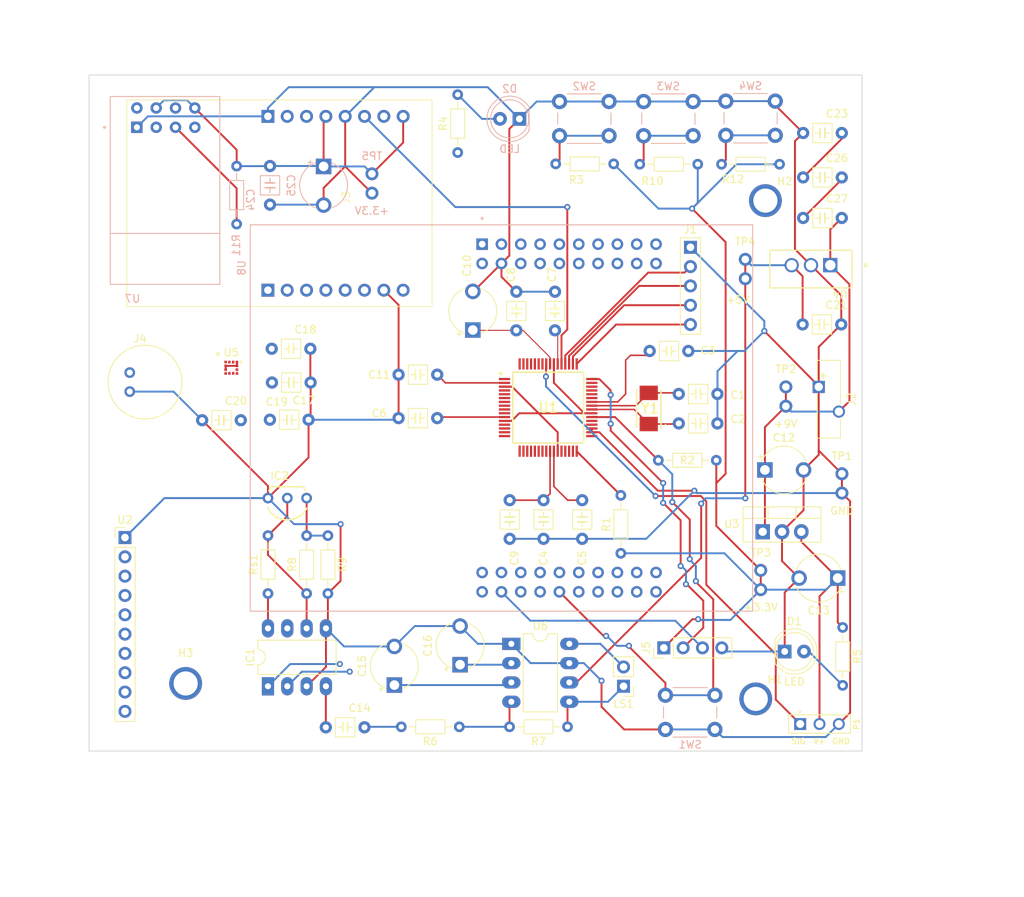
<source format=kicad_pcb>
(kicad_pcb (version 20221018) (generator pcbnew)
  (layers (0 "F.Cu" signal) (31 "B.Cu" signal) (34 "B.Paste" user) (35 "F.Paste" user) (36 "B.SilkS" user "B.Silkscreen") (37 "F.SilkS" user "F.Silkscreen") (38 "B.Mask" user) (39 "F.Mask" user) (44 "Edge.Cuts" user))
  (net 0 "")
  (net 1 "GND")
  (net 2 "+9V")
  (net 3 "+3.3V")
  (net 4 "/LDO")
  (net 5 "/OSC1")
  (net 6 "/OSC2")
  (net 7 "Net-(IC1-OUTA)")
  (net 8 "VBUS")
  (net 9 "Net-(D1-A)")
  (net 10 "Net-(D2-A)")
  (net 14 "PF1")
  (net 15 "PF2")
  (net 16 "Vz")
  (net 18 "Net-(IC2-Pad1)")
  (net 19 "PB3")
  (net 20 "PB2")
  (net 21 "PE3")
  (net 22 "/TCK")
  (net 23 "/TMS")
  (net 24 "/TDI")
  (net 25 "/TDO")
  (net 26 "GPIO4")
  (net 27 "GPIO2")
  (net 28 "PD0")
  (net 29 "PD1")
  (net 30 "PD2")
  (net 31 "PD3")
  (net 32 "PB0")
  (net 33 "PB1")
  (net 34 "PD6")
  (net 35 "GPIO16")
  (net 36 "PB5")
  (net 37 "PE2")
  (net 38 "PF0")
  (net 39 "PC4")
  (net 40 "PF4")
  (net 41 "/Reset")
  (net 42 "PE4")
  (net 43 "PE5")
  (net 44 "PB7")
  (net 45 "PB6")
  (net 46 "PC5")
  (net 47 "PA7")
  (net 48 "PA6")
  (net 49 "PD7")
  (net 50 "PA3")
  (net 51 "PA5")
  (net 52 "PA2")
  (net 53 "PA4")
  (net 54 "PE1")
  (net 55 "PE0")
  (net 56 "PC7")
  (net 57 "PC6")
  (net 58 "PA0")
  (net 59 "PA1")
  (net 60 "PF3")
  (net 61 "PD4")
  (net 62 "PD5")
  (net 63 "PB4")
  (footprint "ECE445L:C_Axial_200mil" (layer "F.Cu") (at 101.708 92.728 -90)
    (fp_text reference "C4")
    (fp_text value "0.1uF")
  )
  (footprint "ECE445L:DIP-8_W7.62mm_LongPads" (layer "F.Cu") (at 65.49 117.198 90)
    (fp_text reference "IC1")
    (fp_text value "TLV5618AIP")
  )
  (footprint "ECE445L:C_Axial_200mil" (layer "F.Cu") (at 115.66175 73.108)
    (fp_text reference "C3")
    (fp_text value "1uF")
  )
  (footprint "ECE445L:R_Axial_DIN0204_L3.6mm_D1.6mm_P7.62mm_Horizontal" (layer "F.Cu") (at 90.636 122.532 180)
    (fp_text reference "R6")
    (fp_text value "10k")
  )
  (footprint "ECE445L:R_Axial_DIN0204_L3.6mm_D1.6mm_P7.62mm_Horizontal" (layer "F.Cu") (at 104.86 122.532 180)
    (fp_text reference "R7")
    (fp_text value "3k")
  )
  (footprint "ECE445L:R_Axial_DIN0204_L3.6mm_D1.6mm_P7.62mm_Horizontal" (layer "F.Cu") (at 141.032 109.463 -90)
    (fp_text reference "R5")
    (fp_text value "470")
  )
  (footprint "ECE445L:C_Axial_200mil" (layer "F.Cu") (at 135.76375 69.613)
    (fp_text reference "C21")
    (fp_text value "0.1uF")
  )
  (footprint "ECE445L:ABM3" (layer "F.Cu") (at 115.54 80.663 90)
    (fp_text reference "Y1")
    (fp_text value "ABM3-16.000MHZ-B2-T" hide)
  )
  (footprint "ECE445L:ti_LM4041CILPR" (layer "F.Cu") (at 68.03 92.452098 180)
    (fp_text reference "IC2")
    (fp_text value "LM4041CILPR")
  )
  (footprint "ECE445L:Testpoint_1x02_P2.54mm" (layer "F.Cu") (at 133.562 77.828)
    (fp_text reference "TP2")
    (fp_text value "+9V")
  )
  (footprint "ECE445L:MountingHole_4_40" (layer "F.Cu") (at 54.672 116.829)
    (fp_text reference "H3")
    (fp_text value "~")
  )
  (footprint "ECE445L:R_Axial_DIN0204_L3.6mm_D1.6mm_P7.62mm_Horizontal" (layer "F.Cu") (at 111.868 99.713 90)
    (fp_text reference "R1")
    (fp_text value "1M")
  )
  (footprint "ECE445L:C_Axial_200mil" (layer "F.Cu") (at 56.83775 82.211)
    (fp_text reference "C20")
    (fp_text value "220nF")
  )
  (footprint "ECE445L:R_Axial_DIN0204_L3.6mm_D1.6mm_P7.62mm_Horizontal" (layer "F.Cu") (at 65.49 105.006 90)
    (fp_text reference "Rs1")
    (fp_text value "1k")
  )
  (footprint "ECE445L:LED_D5.0mm" (layer "F.Cu") (at 133.407 112.626)
    (fp_text reference "D1")
    (fp_text value "LED")
  )
  (footprint "Connector_PinHeader_2.54mm:PinHeader_1x04_P2.54mm_Vertical" (layer "F.Cu") (at 117.52 112.148 90)
    (fp_text reference "J5")
    (fp_text value "MAX30102")
  )
  (footprint "ECE445L:CP_Radial_Tantal200mil" (layer "F.Cu") (at 92.42 70.348 90)
    (fp_text reference "C10")
    (fp_text value "2.2uF")
  )
  (footprint "ECE445L:C_Axial_200mil" (layer "F.Cu") (at 87.738 81.933 180)
    (fp_text reference "C6")
    (fp_text value "0.1uF")
  )
  (footprint "ECE445L:R_Axial_DIN0204_L3.6mm_D1.6mm_P7.62mm_Horizontal" (layer "F.Cu") (at 73.364 97.386 -90)
    (fp_text reference "R9")
    (fp_text value "10k")
  )
  (footprint "ECE445L:MountingHole_4_40" (layer "F.Cu") (at 130.872 53.329)
    (fp_text reference "H2")
    (fp_text value "~")
  )
  (footprint "ECE445L:Testpoint_1x02_P2.54mm" (layer "F.Cu") (at 128.228 61.059)
    (fp_text reference "TP4")
    (fp_text value "+5V")
  )
  (footprint "ECE445L:R_Axial_DIN0204_L3.6mm_D1.6mm_P7.62mm_Horizontal" (layer "F.Cu") (at 114.36 48.5426)
    (fp_text reference "R10")
    (fp_text value "10k")
  )
  (footprint "Connector_PinHeader_2.54mm:PinHeader_1x02_P2.54mm_Vertical" (layer "F.Cu") (at 112.226 117.198 180)
    (fp_text reference "LS1")
    (fp_text value "Speaker")
  )
  (footprint "our_symbols:ESP32-CAM_v1" (layer "F.Cu") (at 76.275 52.916 90)
    (fp_text reference "J3")
    (fp_text value "Conn_02x08_Counter_Clockwise (ESP32 Cam)")
  )
  (footprint "ECE445L:C_Axial_200mil" (layer "F.Cu") (at 71.09425 77.255 180)
    (fp_text reference "C19")
    (fp_text value "10uF")
  )
  (footprint "ECE445L:C_Axial_200mil" (layer "F.Cu") (at 119.488 82.633)
    (fp_text reference "C2")
    (fp_text value "10pF C0G")
  )
  (footprint "ECE445L:R_Axial_DIN0204_L3.6mm_D1.6mm_P7.62mm_Horizontal" (layer "F.Cu") (at 125.11 48.548)
    (fp_text reference "R12")
    (fp_text value "10k")
  )
  (footprint "ECE445L:PinHeader_1x05_P2.54mm_Vertical" (layer "F.Cu") (at 121.02 59.468)
    (fp_text reference "J1")
    (fp_text value "JTAG")
  )
  (footprint "ECE445L:C_Axial_200mil" (layer "F.Cu") (at 103.215 70.388 90)
    (fp_text reference "C7")
    (fp_text value "0.1uF")
  )
  (footprint "ECE445L:C_Axial_200mil" (layer "F.Cu") (at 98.135 70.388 90)
    (fp_text reference "C8")
    (fp_text value "0.1uF")
  )
  (footprint "our_symbols:SON_03AGRTR_STM" (layer "F.Cu") (at 60.670063 75.3092)
    (fp_text reference "U5")
    (fp_text value "LSM303AGRTR")
  )
  (footprint "ECE445L:C_Axial_200mil" (layer "F.Cu") (at 135.83175 55.613)
    (fp_text reference "C27")
    (fp_text value "0.1uF")
  )
  (footprint "Package_DIP:DIP-8_W7.62mm_LongPads" (layer "F.Cu") (at 97.479 111.62)
    (fp_text reference "U6")
    (fp_text value "MCP34119P")
  )
  (footprint "ECE445L:CP_Radial_Tantal200mil" (layer "F.Cu") (at 82.104 117.043 90)
    (fp_text reference "C15")
    (fp_text value "1.0uF")
  )
  (footprint "ECE445L:R_Axial_DIN0204_L3.6mm_D1.6mm_P7.62mm_Horizontal" (layer "F.Cu") (at 124.418 87.48 180)
    (fp_text reference "R2")
    (fp_text value "10k")
  )
  (footprint "Package_TO_SOT_THT:TO-220-3_Vertical" (layer "F.Cu") (at 130.514 96.878)
    (fp_text reference "U3")
    (fp_text value "LM2937xT")
  )
  (footprint "our_symbols:T03B_TEX" (layer "F.Cu") (at 139.404 61.826 180)
    (fp_text reference "U4")
    (fp_text value "LM78M05CT")
  )
  (footprint "ECE445L:C_Axial_200mil" (layer "F.Cu") (at 65.744 82.146)
    (fp_text reference "C17")
    (fp_text value "100nF")
  )
  (footprint "ECE445L:C_Axial_200mil" (layer "F.Cu") (at 135.83175 50.279)
    (fp_text reference "C26")
    (fp_text value "0.1uF")
  )
  (footprint "ECE445L:CP_Radial_Tantal200mil" (layer "F.Cu") (at 140.38 102.974 180)
    (fp_text reference "C13")
    (fp_text value "4.7uF")
  )
  (footprint "ECE445L:C_Axial_200mil" (layer "F.Cu") (at 135.83175 44.437)
    (fp_text reference "C23")
    (fp_text value "0.1uF")
  )
  (footprint "ECE445L:R_Axial_DIN0204_L3.6mm_D1.6mm_P7.62mm_Horizontal" (layer "F.Cu") (at 90.428 47.008 90)
    (fp_text reference "R4")
    (fp_text value "470")
  )
  (footprint "ECE445L:Testpoint_1x02_P2.54mm" (layer "F.Cu") (at 140.928 89.253)
    (fp_text reference "TP1")
    (fp_text value "GND")
  )
  (footprint "Connector_PinHeader_2.54mm:PinHeader_1x10_P2.54mm_Vertical" (layer "F.Cu") (at 46.694 97.64)
    (fp_text reference "U2")
    (fp_text value "Adafruit ST7735R")
  )
  (footprint "ECE445L:CP_Radial_Tantal200mil" (layer "F.Cu") (at 130.808 88.75)
    (fp_text reference "C12")
    (fp_text value "4.7uF")
  )
  (footprint "ECE445L:Testpoint_1x02_P2.54mm" (layer "F.Cu") (at 130.26 101.953)
    (fp_text reference "TP3")
    (fp_text value "+3.3V")
  )
  (footprint "ECE445L:MountingHole_4_40" (layer "F.Cu") (at 129.602 118.861)
    (fp_text reference "H1")
    (fp_text value "~")
  )
  (footprint "ECE445L:C_Axial_200mil" (layer "F.Cu") (at 119.488 78.758)
    (fp_text reference "C1")
    (fp_text value "10pF C0G")
  )
  (footprint "ECE445L:R_Axial_DIN0204_L3.6mm_D1.6mm_P7.62mm_Horizontal" (layer "F.Cu") (at 103.31 48.498)
    (fp_text reference "R3")
    (fp_text value "10k")
  )
  (footprint "our_symbols:XDCR_SEN-11574" (layer "F.Cu") (at 137.984 122.163 -90)
    (fp_text reference "P1")
    (fp_text value "SEN-11574")
  )
  (footprint "ECE445L:QFP50P1200X1200X160-64N" (layer "F.Cu") (at 102.32 80.548)
    (fp_text reference "U1")
    (fp_text value "TM4C123GH6PMIR" hide)
  )
  (footprint "our_symbols:CUI_CMA-6542PF" (layer "F.Cu") (at 49.32 77.198)
    (fp_text reference "J4")
    (fp_text value "Microphone")
  )
  (footprint "ECE445L:C_Axial_200mil" (layer "F.Cu") (at 87.738 76.218 180)
    (fp_text reference "C11")
    (fp_text value "0.01uF")
  )
  (footprint "ECE445L:C_Axial_200mil" (layer "F.Cu") (at 65.98175 72.813)
    (fp_text reference "C18")
    (fp_text value "100nF")
  )
  (footprint "ECE445L:C_Axial_200mil" (layer "F.Cu") (at 97.263 92.728 -90)
    (fp_text reference "C9")
    (fp_text value "1uF")
  )
  (footprint "Battery:Battery_Panasonic_CR1025-VSK_Vertical_CircularHoles" (layer "F.Cu") (at 137.88 77.828 -90)
    (fp_text reference "J2")
    (fp_text value "Battery")
  )
  (footprint "ECE445L:R_Axial_DIN0204_L3.6mm_D1.6mm_P7.62mm_Horizontal" (layer "F.Cu") (at 70.57 105.006 90)
    (fp_text reference "R8")
    (fp_text value "47k")
  )
  (footprint "ECE445L:C_Axial_200mil" (layer "F.Cu") (at 106.788 92.728 -90)
    (fp_text reference "C5")
    (fp_text value "0.01uF")
  )
  (footprint "ECE445L:C_Axial_200mil" (layer "F.Cu") (at 73.09375 122.597)
    (fp_text reference "C14")
    (fp_text value "0.1 uF")
  )
  (footprint "ECE445L:CP_Radial_Tantal200mil" (layer "F.Cu") (at 90.74 114.364 90)
    (fp_text reference "C16")
    (fp_text value "4.7 uF")
  )
  (footprint "ECE445L:ti_EKTM4C123GXL" (layer "B.Cu") (at 96.18 81.918 -90)
    (fp_text reference "U8")
    (fp_text value "EK-TM4C123GXL")
  )
  (footprint "Button_Switch_THT:SW_PUSH_6mm" (layer "B.Cu") (at 121.37 40.298 180)
    (fp_text reference "SW3")
    (fp_text value "Input")
  )
  (footprint "ECE445L:Testpoint_1x02_P2.54mm" (layer "B.Cu") (at 79.154 49.807 180)
    (fp_text reference "TP5")
    (fp_text value "+3.3V")
  )
  (footprint "Button_Switch_THT:SW_PUSH_6mm" (layer "B.Cu") (at 110.32 40.298 180)
    (fp_text reference "SW2")
    (fp_text value "Input")
  )
  (footprint "Button_Switch_THT:SW_PUSH_6mm" (layer "B.Cu") (at 117.732 122.879)
    (fp_text reference "SW1")
    (fp_text value "Reset")
  )
  (footprint "ECE445L:C_Axial_200mil" (layer "B.Cu") (at 65.757 48.77975 -90)
    (fp_text reference "C24")
    (fp_text value "100nF")
  )
  (footprint "ECE445L:CP_Radial_Tantal200mil" (layer "B.Cu") (at 72.804 48.836 -90)
    (fp_text reference "C25")
    (fp_text value "4.7uF")
  )
  (footprint "Button_Switch_THT:SW_PUSH_6mm" (layer "B.Cu") (at 132.17 40.248 180)
    (fp_text reference "SW4")
    (fp_text value "Input")
  )
  (footprint "footprints:ai_thinker_ESP8266_01" (layer "B.Cu") (at 52.07 51.998)
    (fp_text reference "U7")
    (fp_text value "ESP8266-01/ESP-01")
  )
  (footprint "ECE445L:R_Axial_DIN0204_L3.6mm_D1.6mm_P7.62mm_Horizontal" (layer "B.Cu") (at 61.374 48.796 -90)
    (fp_text reference "R11")
    (fp_text value "10k")
  )
  (footprint "ECE445L:LED_D5.0mm" (layer "B.Cu") (at 98.532 42.579 180)
    (fp_text reference "D2")
    (fp_text value "LED")
  )
  (gr_line (start 143.572 125.719) (end 41.972 125.719) (stroke (width 0.1)) (layer "Edge.Cuts"))
  (gr_line (start 143.572 36.819) (end 143.572 125.719) (stroke (width 0.1)) (layer "Edge.Cuts"))
  (gr_line (start 41.972 36.819) (end 143.572 36.819) (stroke (width 0.1)) (layer "Edge.Cuts"))
  (gr_line (start 41.972 36.819) (end 41.972 125.719) (stroke (width 0.1)) (layer "Edge.Cuts"))
  (segment (start 61.374 51.722) (end 53.34 43.688) (width 0.25) (layer "F.Cu") (net 0))
  (segment (start 104.86 119.479) (end 105.099 119.24) (width 0.25) (layer "F.Cu") (net 0))
  (segment (start 106.07 86.295) (end 106.07 86.286) (width 0.25) (layer "F.Cu") (net 0))
  (segment (start 135.83175 50.279) (end 140.91175 45.199) (width 0.25) (layer "F.Cu") (net 0))
  (segment (start 140.91175 45.199) (end 140.91175 44.437) (width 0.25) (layer "F.Cu") (net 0))
  (segment (start 140.91175 50.533) (end 140.91175 50.279) (width 0.25) (layer "F.Cu") (net 0))
  (segment (start 111.868 92.093) (end 106.07 86.295) (width 0.25) (layer "F.Cu") (net 0))
  (segment (start 97.24 122.532) (end 97.24 119.479) (width 0.25) (layer "F.Cu") (net 0))
  (segment (start 104.86 122.532) (end 104.86 119.479) (width 0.25) (layer "F.Cu") (net 0))
  (segment (start 135.83175 55.613) (end 140.91175 50.533) (width 0.25) (layer "F.Cu") (net 0))
  (segment (start 97.24 119.479) (end 97.479 119.24) (width 0.25) (layer "F.Cu") (net 0))
  (segment (start 61.374 56.416) (end 61.374 51.722) (width 0.25) (layer "F.Cu") (net 0))
  (segment (start 105.099 111.62) (end 109.188 111.62) (width 0.25) (layer "B.Cu") (net 0))
  (segment (start 78.23875 122.532) (end 78.17375 122.597) (width 0.25) (layer "B.Cu") (net 0))
  (segment (start 110.184 119.24) (end 112.226 117.198) (width 0.25) (layer "B.Cu") (net 0))
  (segment (start 83.016 122.532) (end 78.23875 122.532) (width 0.25) (layer "B.Cu") (net 0))
  (segment (start 97.136 117.043) (end 97.479 116.7) (width 0.25) (layer "B.Cu") (net 0))
  (segment (start 109.188 111.62) (end 112.226 114.658) (width 0.25) (layer "B.Cu") (net 0))
  (segment (start 105.099 119.24) (end 110.184 119.24) (width 0.25) (layer "B.Cu") (net 0))
  (segment (start 97.275 114.364) (end 97.479 114.16) (width 0.25) (layer "B.Cu") (net 0))
  (segment (start 90.74 114.364) (end 97.275 114.364) (width 0.25) (layer "B.Cu") (net 0))
  (segment (start 82.104 117.043) (end 97.136 117.043) (width 0.25) (layer "B.Cu") (net 0))
  (segment (start 97.24 122.532) (end 90.636 122.532) (width 0.25) (layer "B.Cu") (net 0))
  (segment (start 135.888 88.75) (end 135.888 94.044) (width 0.25) (layer "F.Cu") (net 1))
  (segment (start 97.215 60.563) (end 96.18 61.598) (width 0.25) (layer "F.Cu") (net 1))
  (segment (start 71.09425 77.255) (end 71.09425 81.87575) (width 0.25) (layer "F.Cu") (net 1))
  (segment (start 137.88 72.57675) (end 140.84375 69.613) (width 0.25) (layer "F.Cu") (net 1))
  (segment (start 98.532 42.579) (end 97.215 43.896) (width 0.25) (layer "F.Cu") (net 1))
  (segment (start 137.88 86.758) (end 137.88 86.205) (width 0.25) (layer "F.Cu") (net 1))
  (segment (start 135.83175 44.437) (end 132.17 40.77525) (width 0.25) (layer "F.Cu") (net 1))
  (segment (start 121.532 91.479) (end 116.7265 91.479) (width 0.25) (layer "F.Cu") (net 1))
  (segment (start 92.51 65.268) (end 92.42 65.268) (width 0.25) (layer "F.Cu") (net 1))
  (segment (start 135.888 88.75) (end 137.88 86.758) (width 0.25) (layer "F.Cu") (net 1))
  (segment (start 109.332 119.90328) (end 109.332 116.479) (width 0.25) (layer "F.Cu") (net 1))
  (segment (start 72.804 51.669) (end 72.804 53.916) (width 0.25) (layer "F.Cu") (net 1))
  (segment (start 75.032 103.338) (end 73.364 105.006) (width 0.25) (layer "F.Cu") (net 1))
  (segment (start 142.007 120.68) (end 140.524 122.163) (width 0.25) (layer "F.Cu") (net 1))
  (segment (start 116.7265 91.479) (end 109.0455 83.798) (width 0.25) (layer "F.Cu") (net 1))
  (segment (start 96.18 61.598) (end 92.51 65.268) (width 0.25) (layer "F.Cu") (net 1))
  (segment (start 97.5695 77.798) (end 103.57 83.7985) (width 0.25) (layer "F.Cu") (net 1))
  (segment (start 75.64 48.833) (end 72.804 51.669) (width 0.25) (layer "F.Cu") (net 1))
  (segment (start 65.49 90.86325) (end 56.83775 82.211) (width 0.25) (layer "F.Cu") (net 1))
  (segment (start 108.058 81.298) (end 98.5195 81.298) (width 0.25) (layer "F.Cu") (net 1))
  (segment (start 117.732 122.879) (end 112.30772 122.879) (width 0.25) (layer "F.Cu") (net 1))
  (segment (start 103.07 77.2975) (end 103.07 74.81) (width 0.25) (layer "F.Cu") (net 1))
  (segment (start 70.824 87.118098) (end 65.49 92.452098) (width 0.25) (layer "F.Cu") (net 1))
  (segment (start 140.84375 65.80575) (end 136.864 61.826) (width 0.25) (layer "F.Cu") (net 1))
  (segment (start 133.054 100.728) (end 135.3 102.974) (width 0.25) (layer "F.Cu") (net 1))
  (segment (start 137.88 77.727) (end 130.732 70.479) (width 0.25) (layer "F.Cu") (net 1))
  (segment (start 140.928 91.793) (end 142.007 92.872) (width 0.25) (layer "F.Cu") (net 1))
  (segment (start 130.732 70.479) (end 130.832 70.679) (width 0.25) (layer "F.Cu") (net 1))
  (segment (start 71.09425 81.87575) (end 70.824 82.146) (width 0.25) (layer "F.Cu") (net 1))
  (segment (start 140.84375 69.613) (end 140.84375 65.80575) (width 0.25) (layer "F.Cu") (net 1))
  (segment (start 140.928 91.793) (end 140.928 89.253) (width 0.25) (layer "F.Cu") (net 1))
  (segment (start 137.88 86.205) (end 140.928 89.253) (width 0.25) (layer "F.Cu") (net 1))
  (segment (start 73.11 114.658) (end 70.57 117.198) (width 0.25) (layer "F.Cu") (net 1))
  (segment (start 103.57 83.7985) (end 103.57 86.286) (width 0.25) (layer "F.Cu") (net 1))
  (segment (start 97.5195 82.298) (end 96.582 82.298) (width 0.25) (layer "F.Cu") (net 1))
  (segment (start 73.11 109.578) (end 73.11 114.658) (width 0.25) (layer "F.Cu") (net 1))
  (segment (start 75.64 42.248) (end 75.64 48.833) (width 0.25) (layer "F.Cu") (net 1))
  (segment (start 133.407 112.626) (end 133.407 104.867) (width 0.25) (layer "F.Cu") (net 1))
  (segment (start 133.054 96.878) (end 133.054 100.728) (width 0.25) (layer "F.Cu") (net 1))
  (segment (start 96.18 61.598) (end 96.18 63.353) (width 0.25) (layer "F.Cu") (net 1))
  (segment (start 142.007 92.872) (end 142.007 120.68) (width 0.25) (layer "F.Cu") (net 1))
  (segment (start 136.864 61.826) (end 134.75675 59.71875) (width 0.25) (layer "F.Cu") (net 1))
  (segment (start 71.06175 72.813) (end 71.06175 77.2225) (width 0.25) (layer "F.Cu") (net 1))
  (segment (start 65.49 92.452098) (end 65.49 90.86325) (width 0.25) (layer "F.Cu") (net 1))
  (segment (start 137.88 77.828) (end 137.88 77.727) (width 0.25) (layer "F.Cu") (net 1))
  (segment (start 108.058 81.298) (end 107.0705 81.298) (width 0.25) (layer "F.Cu") (net 1))
  (segment (start 112.30772 122.879) (end 109.332 119.90328) (width 0.25) (layer "F.Cu") (net 1))
  (segment (start 109.0455 83.798) (end 108.058 83.798) (width 0.25) (layer "F.Cu") (net 1))
  (segment (start 134.75675 59.71875) (end 134.75675 45.512) (width 0.25) (layer "F.Cu") (net 1))
  (segment (start 137.88 77.828) (end 137.88 86.205) (width 0.25) (layer "F.Cu") (net 1))
  (segment (start 121.42 40.248) (end 121.37 40.298) (width 0.25) (layer "F.Cu") (net 1))
  (segment (start 135.888 94.044) (end 133.054 96.878) (width 0.25) (layer "F.Cu") (net 1))
  (segment (start 75.032 95.879) (end 75.032 103.338) (width 0.25) (layer "F.Cu") (net 1))
  (segment (start 73.364 109.324) (end 73.11 109.578) (width 0.25) (layer "F.Cu") (net 1))
  (segment (start 96.582 77.798) (end 97.5695 77.798) (width 0.25) (layer "F.Cu") (net 1))
  (segment (start 82.658 81.933) (end 82.658 76.218) (width 0.25) (layer "F.Cu") (net 1))
  (segment (start 96.18 63.353) (end 98.135 65.308) (width 0.25) (layer "F.Cu") (net 1))
  (segment (start 82.658 67.046) (end 80.72 65.108) (width 0.25) (layer "F.Cu") (net 1))
  (segment (start 71.06175 77.2225) (end 71.09425 77.255) (width 0.25) (layer "F.Cu") (net 1))
  (segment (start 133.407 104.867) (end 135.3 102.974) (width 0.25) (layer "F.Cu") (net 1))
  (segment (start 98.5195 81.298) (end 97.5195 82.298) (width 0.25) (layer "F.Cu") (net 1))
  (segment (start 137.88 77.828) (end 137.88 72.57675) (width 0.25) (layer "F.Cu") (net 1))
  (segment (start 75.64 48.833) (end 79.154 52.347) (width 0.25) (layer "F.Cu") (net 1))
  (segment (start 134.75675 45.512) (end 135.83175 44.437) (width 0.25) (layer "F.Cu") (net 1))
  (segment (start 108.058 83.298) (end 108.058 83.798) (width 0.25) (layer "F.Cu") (net 1))
  (segment (start 107.0705 81.298) (end 103.07 77.2975) (width 0.25) (layer "F.Cu") (net 1))
  (segment (start 97.215 43.896) (end 97.215 60.563) (width 0.25) (layer "F.Cu") (net 1))
  (segment (start 73.364 105.006) (end 73.364 109.324) (width 0.25) (layer "F.Cu") (net 1))
  (segment (start 70.824 82.146) (end 70.824 87.118098) (width 0.25) (layer "F.Cu") (net 1))
  (segment (start 82.658 76.218) (end 82.658 67.046) (width 0.25) (layer "F.Cu") (net 1))
  (segment (start 132.17 40.77525) (end 132.17 40.248) (width 0.25) (layer "F.Cu") (net 1))
  (via (at 109.332 116.479) (size 0.8) (drill 0.4) (layers "F.Cu" "B.Cu") (net 1))
  (via (at 75.032 95.879) (size 0.8) (drill 0.4) (layers "F.Cu" "B.Cu") (net 1))
  (via (at 130.732 70.479) (size 0.8) (drill 0.4) (layers "F.Cu" "B.Cu") (net 1))
  (via (at 121.532 91.479) (size 0.8) (drill 0.4) (layers "F.Cu" "B.Cu") (net 1))
  (segment (start 121.42 40.248) (end 121.37 40.298) (width 0.25) (layer "B.Cu") (net 1))
  (segment (start 51.881902 92.452098) (end 46.694 97.64) (width 0.25) (layer "B.Cu") (net 1))
  (segment (start 82.445 82.146) (end 82.658 81.933) (width 0.25) (layer "B.Cu") (net 1))
  (segment (start 82.104 111.963) (end 75.495 111.963) (width 0.25) (layer "B.Cu") (net 1))
  (segment (start 138.808 123.879) (end 125.232 123.879) (width 0.25) (layer "B.Cu") (net 1))
  (segment (start 128.103 73.108) (end 127.232 73.108) (width 0.25) (layer "B.Cu") (net 1))
  (segment (start 94.366 38.413) (end 79.475 38.413) (width 0.25) (layer "B.Cu") (net 1))
  (segment (start 124.232 122.879) (end 117.732 122.879) (width 0.25) (layer "B.Cu") (net 1))
  (segment (start 105.099 114.16) (end 100.019 114.16) (width 0.25) (layer "B.Cu") (net 1))
  (segment (start 110.32 40.298) (end 103.82 40.298) (width 0.25) (layer "B.Cu") (net 1))
  (segment (start 132.17 40.248) (end 125.67 40.248) (width 0.25) (layer "B.Cu") (net 1))
  (segment (start 100.813 40.298) (end 98.532 42.579) (width 0.25) (layer "B.Cu") (net 1))
  (segment (start 130.732 70.479) (end 130.732 69.18) (width 0.25) (layer "B.Cu") (net 1))
  (segment (start 75.032 95.879) (end 74.932 95.879) (width 0.25) (layer "B.Cu") (net 1))
  (segment (start 140.928 91.793) (end 121.846 91.793) (width 0.25) (layer "B.Cu") (net 1))
  (segment (start 140.524 122.163) (end 138.808 123.879) (width 0.25) (layer "B.Cu") (net 1))
  (segment (start 125.618 112.626) (end 125.14 112.148) (width 0.25) (layer "B.Cu") (net 1))
  (segment (start 130.732 69.18) (end 121.02 59.468) (width 0.25) (layer "B.Cu") (net 1))
  (segment (start 133.407 112.626) (end 125.618 112.626) (width 0.25) (layer "B.Cu") (net 1))
  (segment (start 115.203 97.808) (end 121.532 91.479) (width 0.25) (layer "B.Cu") (net 1))
  (segment (start 75.495 111.963) (end 73.11 109.578) (width 0.25) (layer "B.Cu") (net 1))
  (segment (start 49.7 42.248) (end 48.26 43.688) (width 0.25) (layer "B.Cu") (net 1))
  (segment (start 114.87 40.298) (end 110.32 40.298) (width 0.25) (layer "B.Cu") (net 1))
  (segment (start 65.49 92.452098) (end 68.916902 95.879) (width 0.25) (layer "B.Cu") (net 1))
  (segment (start 84.783 109.284) (end 82.104 111.963) (width 0.25) (layer "B.Cu") (net 1))
  (segment (start 68.215 38.413) (end 65.48 41.148) (width 0.25) (layer "B.Cu") (net 1))
  (segment (start 121.846 91.793) (end 121.532 91.479) (width 0.25) (layer "B.Cu") (net 1))
  (segment (start 79.475 38.413) (end 75.64 42.248) (width 0.25) (layer "B.Cu") (net 1))
  (segment (start 100.019 114.16) (end 97.479 111.62) (width 0.25) (layer "B.Cu") (net 1))
  (segment (start 53.07475 78.448) (end 56.83775 82.211) (width 0.25) (layer "B.Cu") (net 1))
  (segment (start 65.48 41.148) (end 65.48 42.248) (width 0.25) (layer "B.Cu") (net 1))
  (segment (start 47.32 78.448) (end 53.07475 78.448) (width 0.25) (layer "B.Cu") (net 1))
  (segment (start 98.135 65.308) (end 103.215 65.308) (width 0.25) (layer "B.Cu") (net 1))
  (segment (start 98.532 42.579) (end 94.366 38.413) (width 0.25) (layer "B.Cu") (net 1))
  (segment (start 72.74775 53.85975) (end 72.804 53.916) (width 0.25) (layer "B.Cu") (net 1))
  (segment (start 124.568 75.772) (end 124.568 82.633) (width 0.25) (layer "B.Cu") (net 1))
  (segment (start 103.82 40.298) (end 100.813 40.298) (width 0.25) (layer "B.Cu") (net 1))
  (segment (start 107.013 114.16) (end 105.099 114.16) (width 0.25) (layer "B.Cu") (net 1))
  (segment (start 125.67 40.248) (end 121.42 40.248) (width 0.25) (layer "B.Cu") (net 1))
  (segment (start 65.48 42.248) (end 49.7 42.248) (width 0.25) (layer "B.Cu") (net 1))
  (segment (start 65.757 53.85975) (end 72.74775 53.85975) (width 0.25) (layer "B.Cu") (net 1))
  (segment (start 127.232 73.108) (end 120.74175 73.108) (width 0.25) (layer "B.Cu") (net 1))
  (segment (start 130.732 70.479) (end 128.103 73.108) (width 0.25) (layer "B.Cu") (net 1))
  (segment (start 125.232 123.879) (end 124.232 122.879) (width 0.25) (layer "B.Cu") (net 1))
  (segment (start 68.916902 95.879) (end 75.032 95.879) (width 0.25) (layer "B.Cu") (net 1))
  (segment (start 70.824 82.146) (end 82.445 82.146) (width 0.25) (layer "B.Cu") (net 1))
  (segment (start 101.708 97.808) (end 106.788 97.808) (width 0.25) (layer "B.Cu") (net 1))
  (segment (start 65.49 92.452098) (end 51.881902 92.452098) (width 0.25) (layer "B.Cu") (net 1))
  (segment (start 109.332 116.479) (end 107.013 114.16) (width 0.25) (layer "B.Cu") (net 1))
  (segment (start 127.232 73.108) (end 124.568 75.772) (width 0.25) (layer "B.Cu") (net 1))
  (segment (start 124.568 75.772) (end 124.568 78.758) (width 0.25) (layer "B.Cu") (net 1))
  (segment (start 106.788 97.808) (end 115.203 97.808) (width 0.25) (layer "B.Cu") (net 1))
  (segment (start 97.263 97.808) (end 101.708 97.808) (width 0.25) (layer "B.Cu") (net 1))
  (segment (start 90.74 109.284) (end 84.783 109.284) (width 0.25) (layer "B.Cu") (net 1))
  (segment (start 97.479 111.62) (end 93.076 111.62) (width 0.25) (layer "B.Cu") (net 1))
  (segment (start 121.37 40.298) (end 114.87 40.298) (width 0.25) (layer "B.Cu") (net 1))
  (segment (start 93.076 111.62) (end 90.74 109.284) (width 0.25) (layer "B.Cu") (net 1))
  (segment (start 79.475 38.413) (end 68.215 38.413) (width 0.25) (layer "B.Cu") (net 1))
  (segment (start 133.562 80.368) (end 133.562 77.828) (width 0.25) (layer "F.Cu") (net 2))
  (segment (start 130.808 83.122) (end 130.808 88.75) (width 0.25) (layer "F.Cu") (net 2))
  (segment (start 139.404 61.826) (end 141.91875 64.34075) (width 0.25) (layer "F.Cu") (net 2))
  (segment (start 139.404 61.826) (end 139.404 57.12075) (width 0.25) (layer "F.Cu") (net 2))
  (segment (start 141.91875 64.34075) (end 141.91875 79.68925) (width 0.25) (layer "F.Cu") (net 2))
  (segment (start 141.91875 79.68925) (end 140.53 81.078) (width 0.25) (layer "F.Cu") (net 2))
  (segment (start 139.404 57.12075) (end 140.91175 55.613) (width 0.25) (layer "F.Cu") (net 2))
  (segment (start 130.808 88.75) (end 130.808 96.584) (width 0.25) (layer "F.Cu") (net 2))
  (segment (start 133.562 80.368) (end 130.808 83.122) (width 0.25) (layer "F.Cu") (net 2))
  (segment (start 130.808 96.584) (end 130.514 96.878) (width 0.25) (layer "F.Cu") (net 2))
  (segment (start 134.272 81.078) (end 133.562 80.368) (width 0.25) (layer "B.Cu") (net 2))
  (segment (start 140.53 81.078) (end 134.272 81.078) (width 0.25) (layer "B.Cu") (net 2))
  (segment (start 96.582 77.298) (end 88.818 77.298) (width 0.2) (layer "F.Cu") (net 3))
  (segment (start 135.594 96.878) (end 135.594 98.188) (width 0.25) (layer "F.Cu") (net 3))
  (segment (start 61.374 46.642) (end 61.374 48.796) (width 0.25) (layer "F.Cu") (net 3))
  (segment (start 83.26 45.701) (end 83.26 42.248) (width 0.25) (layer "F.Cu") (net 3))
  (segment (start 130.26 101.953) (end 130.26 104.493) (width 0.25) (layer "F.Cu") (net 3))
  (segment (start 79.154 49.807) (end 83.26 45.701) (width 0.25) (layer "F.Cu") (net 3))
  (segment (start 137.984 122.163) (end 137.984 105.37) (width 0.25) (layer "F.Cu") (net 3))
  (segment (start 121.232 54.379) (end 121.332 54.479) (width 0.25) (layer "F.Cu") (net 3))
  (segment (start 55.88 41.148) (end 61.374 46.642) (width 0.25) (layer "F.Cu") (net 3))
  (segment (start 125.643 89.254) (end 125.643 58.79) (width 0.25) (layer "F.Cu") (net 3))
  (segment (start 115.09175 73.678) (end 115.66175 73.108) (width 0.2) (layer "F.Cu") (net 3))
  (segment (start 140.38 102.974) (end 140.38 108.811) (width 0.25) (layer "F.Cu") (net 3))
  (segment (start 72.804 42.544) (end 73.1 42.248) (width 0.25) (layer "F.Cu") (net 3))
  (segment (start 61.408863 74.559011) (end 61.408863 75.059137) (width 0.25) (layer "F.Cu") (net 3))
  (segment (start 140.38 108.811) (end 141.032 109.463) (width 0.25) (layer "F.Cu") (net 3))
  (segment (start 125.643 58.79) (end 121.232 54.379) (width 0.25) (layer "F.Cu") (net 3))
  (segment (start 103.07 90.915) (end 104.883 92.728) (width 0.2) (layer "F.Cu") (net 3))
  (segment (start 103.07 86.286) (end 103.07 90.915) (width 0.2) (layer "F.Cu") (net 3))
  (segment (start 104.883 92.728) (end 106.788 92.728) (width 0.2) (layer "F.Cu") (net 3))
  (segment (start 121.289 108.379) (end 117.52 112.148) (width 0.25) (layer "F.Cu") (net 3))
  (segment (start 72.804 48.836) (end 72.804 42.544) (width 0.25) (layer "F.Cu") (net 3))
  (segment (start 88.818 77.298) (end 87.738 76.218) (width 0.2) (layer "F.Cu") (net 3))
  (segment (start 59.931263 75.059137) (end 61.408863 75.059137) (width 0.25) (layer "F.Cu") (net 3))
  (segment (start 103.57 70.743) (end 103.215 70.388) (width 0.127) (layer "F.Cu") (net 3))
  (segment (start 124.418 90.479) (end 125.643 89.254) (width 0.25) (layer "F.Cu") (net 3))
  (segment (start 112.503 78.758) (end 112.503 74.313) (width 0.2) (layer "F.Cu") (net 3))
  (segment (start 124.418 90.479) (end 124.418 87.48) (width 0.25) (layer "F.Cu") (net 3))
  (segment (start 130.26 101.953) (end 124.418 96.111) (width 0.25) (layer "F.Cu") (net 3))
  (segment (start 87.873 81.798) (end 87.738 81.933) (width 0.2) (layer "F.Cu") (net 3))
  (segment (start 124.418 96.111) (end 124.418 90.479) (width 0.25) (layer "F.Cu") (net 3))
  (segment (start 122.032 108.379) (end 121.289 108.379) (width 0.25) (layer "F.Cu") (net 3))
  (segment (start 137.984 105.37) (end 140.38 102.974) (width 0.25) (layer "F.Cu") (net 3))
  (segment (start 111.463 79.798) (end 112.503 78.758) (width 0.2) (layer "F.Cu") (net 3))
  (segment (start 113.138 73.678) (end 115.09175 73.678) (width 0.2) (layer "F.Cu") (net 3))
  (segment (start 108.058 79.798) (end 111.463 79.798) (width 0.2) (layer "F.Cu") (net 3))
  (segment (start 96.582 81.798) (end 87.873 81.798) (width 0.2) (layer "F.Cu") (net 3))
  (segment (start 65.49 109.578) (end 65.49 105.006) (width 0.25) (layer "F.Cu") (net 3))
  (segment (start 59.931263 75.559263) (end 59.931263 75.059137) (width 0.25) (layer "F.Cu") (net 3))
  (segment (start 103.57 74.81) (end 103.57 70.743) (width 0.127) (layer "F.Cu") (net 3))
  (segment (start 135.594 98.188) (end 140.38 102.974) (width 0.25) (layer "F.Cu") (net 3))
  (segment (start 112.503 74.313) (end 113.138 73.678) (width 0.2) (layer "F.Cu") (net 3))
  (via (at 121.232 54.379) (size 0.8) (drill 0.4) (layers "F.Cu" "B.Cu") (net 3))
  (via (at 122.032 108.379) (size 0.8) (drill 0.4) (layers "F.Cu" "B.Cu") (net 3))
  (segment (start 61.374 48.796) (end 65.74075 48.796) (width 0.25) (layer "B.Cu") (net 3))
  (segment (start 65.757 48.77975) (end 72.74775 48.77975) (width 0.25) (layer "B.Cu") (net 3))
  (segment (start 78.183 48.836) (end 79.154 49.807) (width 0.25) (layer "B.Cu") (net 3))
  (segment (start 130.26 104.493) (end 126.274 108.479) (width 0.25) (layer "B.Cu") (net 3))
  (segment (start 138.861 104.493) (end 130.26 104.493) (width 0.25) (layer "B.Cu") (net 3))
  (segment (start 121.232 54.379) (end 121.98 53.631) (width 0.25) (layer "B.Cu") (net 3))
  (segment (start 122.032 108.379) (end 122.132 108.479) (width 0.25) (layer "B.Cu") (net 3))
  (segment (start 54.855 40.123) (end 55.88 41.148) (width 0.25) (layer "B.Cu") (net 3))
  (segment (start 126.274 108.479) (end 122.332 108.479) (width 0.25) (layer "B.Cu") (net 3))
  (segment (start 140.38 102.974) (end 138.861 104.493) (width 0.25) (layer "B.Cu") (net 3))
  (segment (start 121.232 54.379) (end 116.811 54.379) (width 0.25) (layer "B.Cu") (net 3))
  (segment (start 51.825 40.123) (end 54.855 40.123) (width 0.25) (layer "B.Cu") (net 3))
  (segment (start 125.48 99.713) (end 130.26 104.493) (width 0.25) (layer "B.Cu") (net 3))
  (segment (start 111.868 99.713) (end 125.48 99.713) (width 0.25) (layer "B.Cu") (net 3))
  (segment (start 50.8 41.148) (end 51.825 40.123) (width 0.25) (layer "B.Cu") (net 3))
  (segment (start 127.063 48.548) (end 132.73 48.548) (width 0.25) (layer "B.Cu") (net 3))
  (segment (start 65.74075 48.796) (end 65.757 48.77975) (width 0.25) (layer "B.Cu") (net 3))
  (segment (start 121.232 54.379) (end 127.063 48.548) (width 0.25) (layer "B.Cu") (net 3))
  (segment (start 72.804 48.836) (end 78.183 48.836) (width 0.25) (layer "B.Cu") (net 3))
  (segment (start 116.811 54.379) (end 110.93 48.498) (width 0.25) (layer "B.Cu") (net 3))
  (segment (start 122.132 108.479) (end 122.232 108.479) (width 0.25) (layer "B.Cu") (net 3))
  (segment (start 121.98 53.631) (end 121.98 48.5426) (width 0.25) (layer "B.Cu") (net 3))
  (segment (start 72.74775 48.77975) (end 72.804 48.836) (width 0.25) (layer "B.Cu") (net 3))
  (segment (start 122.332 108.479) (end 122.032 108.379) (width 0.25) (layer "B.Cu") (net 3))
  (segment (start 102.57 73.9455) (end 99.0125 70.388) (width 0.127) (layer "F.Cu") (net 4))
  (segment (start 92.46 70.388) (end 92.42 70.348) (width 0.127) (layer "F.Cu") (net 4))
  (segment (start 102.57 86.286) (end 102.57 91.866) (width 0.2) (layer "F.Cu") (net 4))
  (segment (start 102.57 74.81) (end 102.57 73.9455) (width 0.127) (layer "F.Cu") (net 4))
  (segment (start 101.708 92.728) (end 97.263 92.728) (width 0.2) (layer "F.Cu") (net 4))
  (segment (start 102.57 91.866) (end 101.708 92.728) (width 0.2) (layer "F.Cu") (net 4))
  (segment (start 98.135 70.388) (end 92.46 70.388) (width 0.127) (layer "F.Cu") (net 4))
  (segment (start 99.0125 70.388) (end 98.135 70.388) (width 0.127) (layer "F.Cu") (net 4))
  (segment (start 119.343 78.613) (end 119.488 78.758) (width 0.2) (layer "F.Cu") (net 5))
  (segment (start 108.058 80.298) (end 113.855 80.298) (width 0.2) (layer "F.Cu") (net 5))
  (segment (start 115.54 78.613) (end 119.343 78.613) (width 0.2) (layer "F.Cu") (net 5))
  (segment (start 113.855 80.298) (end 115.54 78.613) (width 0.2) (layer "F.Cu") (net 5))
  (segment (start 119.408 82.713) (end 119.488 82.633) (width 0.2) (layer "F.Cu") (net 6))
  (segment (start 113.625 80.798) (end 115.54 82.713) (width 0.2) (layer "F.Cu") (net 6))
  (segment (start 115.54 82.713) (end 119.408 82.713) (width 0.2) (layer "F.Cu") (net 6))
  (segment (start 108.058 80.798) (end 113.625 80.798) (width 0.2) (layer "F.Cu") (net 6))
  (segment (start 119.343 82.078) (end 119.488 81.933) (width 0.15) (layer "F.Cu") (net 6))
  (segment (start 73.09375 122.597) (end 73.09375 117.21425) (width 0.25) (layer "F.Cu") (net 7))
  (segment (start 73.09375 117.21425) (end 73.11 117.198) (width 0.25) (layer "F.Cu") (net 7))
  (segment (start 122.432 93.179) (end 122.432 100.309712) (width 0.25) (layer "F.Cu") (net 8))
  (segment (start 128.228 92.375) (end 128.232 92.379) (width 0.25) (layer "F.Cu") (net 8))
  (segment (start 135.76375 69.613) (end 135.76375 63.26575) (width 0.25) (layer "F.Cu") (net 8))
  (segment (start 128.332 92.479) (end 128.232 92.379) (width 0.25) (layer "F.Cu") (net 8))
  (segment (start 106.041712 116.7) (end 105.099 116.7) (width 0.25) (layer "F.Cu") (net 8))
  (segment (start 128.228 61.059) (end 128.228 63.599) (width 0.25) (layer "F.Cu") (net 8))
  (segment (start 128.228 63.599) (end 128.228 92.375) (width 0.25) (layer "F.Cu") (net 8))
  (segment (start 122.432 100.309712) (end 106.041712 116.7) (width 0.25) (layer "F.Cu") (net 8))
  (segment (start 128.232 92.379) (end 128.232 92.479) (width 0.25) (layer "F.Cu") (net 8))
  (segment (start 128.232 92.479) (end 128.332 92.479) (width 0.25) (layer "F.Cu") (net 8))
  (segment (start 135.76375 63.26575) (end 134.324 61.826) (width 0.25) (layer "F.Cu") (net 8))
  (via (at 122.432 93.179) (size 0.8) (drill 0.4) (layers "F.Cu" "B.Cu") (net 8))
  (via (at 128.232 92.479) (size 0.8) (drill 0.4) (layers "F.Cu" "B.Cu") (net 8))
  (segment (start 122.432 93.079) (end 122.432 93.179) (width 0.25) (layer "B.Cu") (net 8))
  (segment (start 128.232 92.479) (end 123.032 92.479) (width 0.25) (layer "B.Cu") (net 8))
  (segment (start 128.995 61.826) (end 128.228 61.059) (width 0.25) (layer "B.Cu") (net 8))
  (segment (start 123.032 92.479) (end 122.432 93.079) (width 0.25) (layer "B.Cu") (net 8))
  (segment (start 122.332 93.179) (end 122.432 93.079) (width 0.25) (layer "B.Cu") (net 8))
  (segment (start 122.432 93.179) (end 122.332 93.179) (width 0.25) (layer "B.Cu") (net 8))
  (segment (start 134.324 61.826) (end 128.995 61.826) (width 0.25) (layer "B.Cu") (net 8))
  (segment (start 136.575 112.626) (end 135.947 112.626) (width 0.25) (layer "B.Cu") (net 9))
  (segment (start 141.032 117.083) (end 136.575 112.626) (width 0.25) (layer "B.Cu") (net 9))
  (segment (start 95.992 42.579) (end 93.619 42.579) (width 0.25) (layer "B.Cu") (net 10))
  (segment (start 93.619 42.579) (end 90.428 39.388) (width 0.25) (layer "B.Cu") (net 10))
  (via (at 74.932 114.279) (size 0.8) (drill 0.4) (layers "F.Cu" "B.Cu") (net 14))
  (segment (start 74.932 114.279) (end 74.832 114.279) (width 0.25) (layer "B.Cu") (net 14))
  (segment (start 65.49 117.198) (end 68.409 114.279) (width 0.25) (layer "B.Cu") (net 14))
  (segment (start 68.409 114.279) (end 74.932 114.279) (width 0.25) (layer "B.Cu") (net 14))
  (via (at 76.232 115.279) (size 0.8) (drill 0.4) (layers "F.Cu" "B.Cu") (net 15))
  (segment (start 69.949 115.279) (end 76.232 115.279) (width 0.25) (layer "B.Cu") (net 15))
  (segment (start 68.03 117.198) (end 69.949 115.279) (width 0.25) (layer "B.Cu") (net 15))
  (segment (start 76.232 115.279) (end 76.132 115.279) (width 0.25) (layer "B.Cu") (net 15))
  (segment (start 70.57 109.578) (end 70.57 105.006) (width 0.25) (layer "F.Cu") (net 16))
  (segment (start 65.49 99.926) (end 65.49 97.386) (width 0.25) (layer "F.Cu") (net 16))
  (segment (start 68.03 94.846) (end 68.03 92.452098) (width 0.25) (layer "F.Cu") (net 16))
  (segment (start 70.57 105.006) (end 65.49 99.926) (width 0.25) (layer "F.Cu") (net 16))
  (segment (start 65.49 97.386) (end 68.03 94.846) (width 0.25) (layer "F.Cu") (net 16))
  (segment (start 70.57 97.386) (end 70.57 92.452098) (width 0.25) (layer "F.Cu") (net 18))
  (segment (start 70.57 97.386) (end 73.364 97.386) (width 0.25) (layer "B.Cu") (net 18))
  (segment (start 119.732 95.379) (end 117.432 93.079) (width 0.25) (layer "F.Cu") (net 19))
  (segment (start 110.532 83.579) (end 110.532 82.679) (width 0.25) (layer "F.Cu") (net 19))
  (segment (start 120.432 103.779) (end 120.432 103.679) (width 0.25) (layer "F.Cu") (net 19))
  (segment (start 119.732 101.379) (end 119.732 95.379) (width 0.25) (layer "F.Cu") (net 19))
  (segment (start 110.532 78.2845) (end 109.0455 76.798) (width 0.25) (layer "F.Cu") (net 19))
  (segment (start 117.432 90.479) (end 110.532 83.579) (width 0.25) (layer "F.Cu") (net 19))
  (segment (start 109.0455 76.798) (end 108.058 76.798) (width 0.25) (layer "F.Cu") (net 19))
  (segment (start 120.06 112.148) (end 122.707 109.501) (width 0.25) (layer "F.Cu") (net 19))
  (segment (start 122.707 109.501) (end 122.707 105.954) (width 0.25) (layer "F.Cu") (net 19))
  (segment (start 122.707 105.954) (end 120.532 103.779) (width 0.25) (layer "F.Cu") (net 19))
  (segment (start 120.532 103.779) (end 120.432 103.779) (width 0.25) (layer "F.Cu") (net 19))
  (segment (start 120.432 103.679) (end 120.532 103.779) (width 0.25) (layer "F.Cu") (net 19))
  (segment (start 110.532 78.879) (end 110.532 78.2845) (width 0.25) (layer "F.Cu") (net 19))
  (segment (start 110.532 82.679) (end 110.532 82.979) (width 0.25) (layer "F.Cu") (net 19))
  (via (at 120.432 103.779) (size 0.8) (drill 0.4) (layers "F.Cu" "B.Cu") (net 19))
  (via (at 110.532 78.879) (size 0.8) (drill 0.4) (layers "F.Cu" "B.Cu") (net 19))
  (via (at 117.432 90.479) (size 0.8) (drill 0.4) (layers "F.Cu" "B.Cu") (net 19))
  (via (at 117.432 93.079) (size 0.8) (drill 0.4) (layers "F.Cu" "B.Cu") (net 19))
  (via (at 110.532 82.679) (size 0.8) (drill 0.4) (layers "F.Cu" "B.Cu") (net 19))
  (via (at 119.732 101.379) (size 0.8) (drill 0.4) (layers "F.Cu" "B.Cu") (net 19))
  (segment (start 117.432 93.079) (end 117.432 90.479) (width 0.25) (layer "B.Cu") (net 19))
  (segment (start 110.532 82.679) (end 110.532 78.879) (width 0.25) (layer "B.Cu") (net 19))
  (segment (start 117.432 90.479) (end 117.432 90.579) (width 0.25) (layer "B.Cu") (net 19))
  (segment (start 119.732 101.279) (end 119.832 101.379) (width 0.25) (layer "B.Cu") (net 19))
  (segment (start 120.432 103.779) (end 120.432 101.979) (width 0.25) (layer "B.Cu") (net 19))
  (segment (start 110.532 78.879) (end 110.532 79.079) (width 0.25) (layer "B.Cu") (net 19))
  (segment (start 119.832 101.379) (end 119.732 101.379) (width 0.25) (layer "B.Cu") (net 19))
  (segment (start 119.732 101.379) (end 119.732 101.279) (width 0.25) (layer "B.Cu") (net 19))
  (segment (start 120.432 101.979) (end 119.832 101.379) (width 0.25) (layer "B.Cu") (net 19))
  (segment (start 122.6 112.148) (end 119.031 108.579) (width 0.25) (layer "B.Cu") (net 20))
  (segment (start 119.031 108.579) (end 99.981 108.579) (width 0.25) (layer "B.Cu") (net 20))
  (segment (start 99.981 108.579) (end 96.18 104.778) (width 0.25) (layer "B.Cu") (net 20))
  (segment (start 104.57 74.81) (end 104.57 73.69113) (width 0.25) (layer "F.Cu") (net 22))
  (segment (start 115.465 62.79613) (end 120.23187 62.79613) (width 0.25) (layer "F.Cu") (net 22))
  (segment (start 120.23187 62.79613) (end 121.02 62.008) (width 0.25) (layer "F.Cu") (net 22))
  (segment (start 104.57 73.69113) (end 115.465 62.79613) (width 0.25) (layer "F.Cu") (net 22))
  (segment (start 105.07 74.81) (end 105.07 73.756815) (width 0.25) (layer "F.Cu") (net 23))
  (segment (start 105.07 73.756815) (end 114.278815 64.548) (width 0.25) (layer "F.Cu") (net 23))
  (segment (start 114.278815 64.548) (end 121.02 64.548) (width 0.25) (layer "F.Cu") (net 23))
  (segment (start 112.3045 67.088) (end 121.02 67.088) (width 0.25) (layer "F.Cu") (net 24))
  (segment (start 105.57 74.81) (end 105.57 73.8225) (width 0.25) (layer "F.Cu") (net 24))
  (segment (start 105.57 73.8225) (end 112.3045 67.088) (width 0.25) (layer "F.Cu") (net 24))
  (segment (start 111.252 69.628) (end 121.02 69.628) (width 0.25) (layer "F.Cu") (net 25))
  (segment (start 106.07 74.81) (end 111.252 69.628) (width 0.25) (layer "F.Cu") (net 25))
  (segment (start 104.835 70.28828) (end 104.835 54.282) (width 0.25) (layer "F.Cu") (net 34))
  (segment (start 104.732 54.179) (end 104.832 54.279) (width 0.25) (layer "F.Cu") (net 34))
  (segment (start 104.832 54.179) (end 104.732 54.179) (width 0.25) (layer "F.Cu") (net 34))
  (segment (start 104.07 71.05328) (end 104.835 70.28828) (width 0.25) (layer "F.Cu") (net 34))
  (segment (start 104.07 74.81) (end 104.07 71.05328) (width 0.25) (layer "F.Cu") (net 34))
  (segment (start 104.832 54.279) (end 104.832 54.179) (width 0.25) (layer "F.Cu") (net 34))
  (segment (start 104.835 54.282) (end 104.832 54.279) (width 0.25) (layer "F.Cu") (net 34))
  (via (at 104.832 54.179) (size 0.8) (drill 0.4) (layers "F.Cu" "B.Cu") (net 34))
  (segment (start 104.832 54.179) (end 90.111 54.179) (width 0.25) (layer "B.Cu") (net 34))
  (segment (start 90.111 54.179) (end 78.18 42.248) (width 0.25) (layer "B.Cu") (net 34))
  (segment (start 102.032 76.479) (end 102.032 74.848) (width 0.25) (layer "F.Cu") (net 36))
  (segment (start 102.032 74.848) (end 102.07 74.81) (width 0.25) (layer "F.Cu") (net 36))
  (segment (start 116.432 92.179) (end 116.532 92.179) (width 0.25) (layer "F.Cu") (net 36))
  (segment (start 132.232 112.979) (end 123.107 103.854) (width 0.25) (layer "F.Cu") (net 36))
  (segment (start 132.232 118.951) (end 132.232 112.979) (width 0.25) (layer "F.Cu") (net 36))
  (segment (start 123.107 92.899405) (end 122.386595 92.179) (width 0.25) (layer "F.Cu") (net 36))
  (segment (start 135.444 122.163) (end 132.232 118.951) (width 0.25) (layer "F.Cu") (net 36))
  (segment (start 123.107 103.854) (end 123.107 92.899405) (width 0.25) (layer "F.Cu") (net 36))
  (segment (start 122.386595 92.179) (end 116.432 92.179) (width 0.25) (layer "F.Cu") (net 36))
  (via (at 116.432 92.179) (size 0.8) (drill 0.4) (layers "F.Cu" "B.Cu") (net 36))
  (via (at 102.032 76.479) (size 0.8) (drill 0.4) (layers "F.Cu" "B.Cu") (net 36))
  (segment (start 102.032 76.479) (end 102.032 76.579) (width 0.25) (layer "B.Cu") (net 36))
  (segment (start 102.032 77.779) (end 102.032 76.479) (width 0.25) (layer "B.Cu") (net 36))
  (segment (start 116.432 92.179) (end 102.032 77.779) (width 0.25) (layer "B.Cu") (net 36))
  (segment (start 114.87 48.0326) (end 114.36 48.5426) (width 0.25) (layer "F.Cu") (net 37))
  (segment (start 114.87 44.798) (end 114.87 48.0326) (width 0.25) (layer "F.Cu") (net 37))
  (segment (start 121.37 44.798) (end 114.87 44.798) (width 0.25) (layer "B.Cu") (net 37))
  (segment (start 103.82 47.988) (end 103.31 48.498) (width 0.25) (layer "F.Cu") (net 39))
  (segment (start 103.82 44.798) (end 103.82 47.988) (width 0.25) (layer "F.Cu") (net 39))
  (segment (start 110.32 44.798) (end 103.82 44.798) (width 0.25) (layer "B.Cu") (net 39))
  (segment (start 125.67 47.988) (end 125.11 48.548) (width 0.25) (layer "F.Cu") (net 40))
  (segment (start 125.67 44.748) (end 125.67 47.988) (width 0.25) (layer "F.Cu") (net 40))
  (segment (start 132.17 44.748) (end 125.67 44.748) (width 0.25) (layer "B.Cu") (net 40))
  (segment (start 124.015 105.762) (end 121.732 103.479) (width 0.25) (layer "F.Cu") (net 41))
  (segment (start 112.932 111.979) (end 112.932 111.879) (width 0.25) (layer "F.Cu") (net 41))
  (segment (start 112.932 111.879) (end 112.832 111.879) (width 0.25) (layer "F.Cu") (net 41))
  (segment (start 109.932 110.579) (end 109.601 110.579) (width 0.25) (layer "F.Cu") (net 41))
  (segment (start 124.015 118.162) (end 124.015 105.762) (width 0.25) (layer "F.Cu") (net 41))
  (segment (start 117.732 118.379) (end 117.732 116.779) (width 0.25) (layer "F.Cu") (net 41))
  (segment (start 118.632 92.979) (end 118.532 92.879) (width 0.25) (layer "F.Cu") (net 41))
  (segment (start 120.932 100.479) (end 120.932 95.279) (width 0.25) (layer "F.Cu") (net 41))
  (segment (start 111.116 81.798) (end 108.058 81.798) (width 0.25) (layer "F.Cu") (net 41))
  (segment (start 109.601 110.579) (end 103.8 104.778) (width 0.25) (layer "F.Cu") (net 41))
  (segment (start 121.732 103.379) (end 121.632 103.379) (width 0.25) (layer "F.Cu") (net 41))
  (segment (start 117.732 116.779) (end 112.932 111.979) (width 0.25) (layer "F.Cu") (net 41))
  (segment (start 120.932 95.279) (end 118.632 92.979) (width 0.25) (layer "F.Cu") (net 41))
  (segment (start 124.232 118.379) (end 124.015 118.162) (width 0.25) (layer "F.Cu") (net 41))
  (segment (start 121.732 103.479) (end 121.732 103.379) (width 0.25) (layer "F.Cu") (net 41))
  (segment (start 116.798 87.48) (end 111.116 81.798) (width 0.25) (layer "F.Cu") (net 41))
  (segment (start 112.832 111.879) (end 112.932 111.979) (width 0.25) (layer "F.Cu") (net 41))
  (segment (start 121.632 103.379) (end 121.732 103.479) (width 0.25) (layer "F.Cu") (net 41))
  (via (at 120.932 100.479) (size 0.8) (drill 0.4) (layers "F.Cu" "B.Cu") (net 41))
  (via (at 109.932 110.579) (size 0.8) (drill 0.4) (layers "F.Cu" "B.Cu") (net 41))
  (via (at 112.932 111.879) (size 0.8) (drill 0.4) (layers "F.Cu" "B.Cu") (net 41))
  (via (at 118.632 92.979) (size 0.8) (drill 0.4) (layers "F.Cu" "B.Cu") (net 41))
  (via (at 121.732 103.379) (size 0.8) (drill 0.4) (layers "F.Cu" "B.Cu") (net 41))
  (segment (start 118.632 92.979) (end 118.632 89.314) (width 0.25) (layer "B.Cu") (net 41))
  (segment (start 111.332 111.879) (end 110.032 110.579) (width 0.25) (layer "B.Cu") (net 41))
  (segment (start 121.732 101.379) (end 120.932 100.579) (width 0.25) (layer "B.Cu") (net 41))
  (segment (start 118.632 89.314) (end 116.798 87.48) (width 0.25) (layer "B.Cu") (net 41))
  (segment (start 120.932 100.479) (end 120.832 100.479) (width 0.25) (layer "B.Cu") (net 41))
  (segment (start 112.932 111.879) (end 111.332 111.879) (width 0.25) (layer "B.Cu") (net 41))
  (segment (start 110.032 110.579) (end 109.932 110.579) (width 0.25) (layer "B.Cu") (net 41))
  (segment (start 121.732 103.379) (end 121.732 101.379) (width 0.25) (layer "B.Cu") (net 41))
  (segment (start 109.932 110.579) (end 109.932 110.479) (width 0.25) (layer "B.Cu") (net 41))
  (segment (start 117.732 118.379) (end 124.232 118.379) (width 0.25) (layer "B.Cu") (net 41))
  (segment (start 120.932 100.579) (end 120.932 100.479) (width 0.25) (layer "B.Cu") (net 41))
  (segment (start 120.832 100.479) (end 120.932 100.579) (width 0.25) (layer "B.Cu") (net 41))
  (segment (start 104.131 104.778) (end 103.8 104.778) (width 0.25) (layer "B.Cu") (net 41))
  (segment (start 109.932 110.479) (end 110.032 110.579) (width 0.25) (layer "B.Cu") (net 41))
)
</source>
